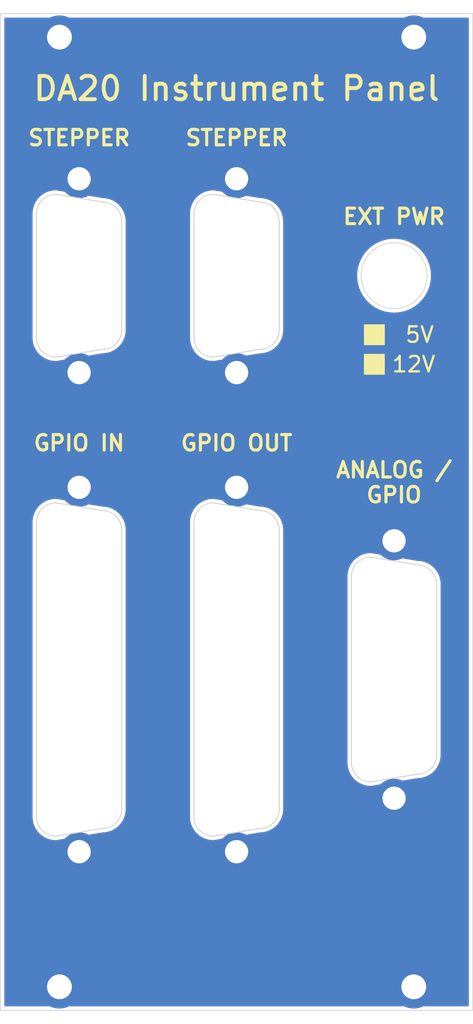
<source format=kicad_pcb>
(kicad_pcb (version 20211014) (generator pcbnew)
  (title_block (title "Front Panel") (date "2023-01-21") (rev "A") (company "https://github.com/peterheinrich/DA20-C1-ProcedureTrainer") (comment 1 "Open Hardware") (comment 2 "License: CERN-OHL-P") (comment 3 "© 2023 by Peter Heinrich") (comment 4 "DA20 Hardware Cockpit Simulator Project"))
  (layers (0 "F.Cu" signal) (31 "B.Cu" signal) (34 "B.Paste" user) (35 "F.Paste" user) (36 "B.SilkS" user "B.Silkscreen") (37 "F.SilkS" user "F.Silkscreen") (38 "B.Mask" user) (39 "F.Mask" user) (44 "Edge.Cuts" user))
  (net 0 "")
  (net 1 "GNDPWR")
  (footprint "MountingHole:MountingHole_3.2mm_M3_DIN965_Pad" (layer "F.Cu") (at 109.22 40.35)
    (fp_text reference "H3" hide)
    (fp_text value "MountingHole_Pad" hide)
    (pad "1" thru_hole circle (at 0 0) (size 5.6 5.6) (drill 3.2) (layers *.Cu *.Mask) (net 1 "GNDPWR"))
  )
  (footprint "MountingHole:MountingHole_3.2mm_M3_DIN965_Pad" (layer "F.Cu") (at 63.5 40.35)
    (fp_text reference "H2" hide)
    (fp_text value "MountingHole_Pad" hide)
    (pad "1" thru_hole circle (at 0 0) (size 5.6 5.6) (drill 3.2) (layers *.Cu *.Mask) (net 1 "GNDPWR"))
  )
  (footprint "MountingHole:MountingHole_3.2mm_M3_DIN965_Pad" (layer "F.Cu") (at 109.22 162.85)
    (fp_text reference "H4" hide)
    (fp_text value "MountingHole_Pad" hide)
    (pad "1" thru_hole circle (at 0 0) (size 5.6 5.6) (drill 3.2) (layers *.Cu *.Mask) (net 1 "GNDPWR"))
  )
  (footprint "dsub_cutouts:DSUB-9_Cutout_MountingHoles" (layer "F.Cu") (at 86.36 71.12 90)
    (fp_text reference "J5" hide)
    (fp_text value "DB_Empty_MountingHoles" hide)
    (fp_line (start -10.5 -3) (end -9.5 3) (layer "Edge.Cuts") (width 0.12))
    (fp_line (start -8 -5.5) (end 8 -5.5) (layer "Edge.Cuts") (width 0.12))
    (fp_line (start 10.5 -3) (end 9.5 3) (layer "Edge.Cuts") (width 0.12))
    (fp_line (start -7 5.5) (end 7 5.5) (layer "Edge.Cuts") (width 0.12))
    (fp_arc (start 9.5 3) (mid 8.767767 4.767767) (end 7 5.5) (layer "Edge.Cuts") (width 0.12))
    (fp_arc (start 8 -5.5) (mid 9.767767 -4.767767) (end 10.5 -3) (layer "Edge.Cuts") (width 0.12))
    (fp_arc (start -10.5 -3) (mid -9.767767 -4.767767) (end -8 -5.5) (layer "Edge.Cuts") (width 0.12))
    (fp_arc (start -7 5.5) (mid -8.767767 4.767767) (end -9.5 3) (layer "Edge.Cuts") (width 0.12))
    (pad "0" thru_hole circle (at -12.5 0 90) (size 5 5) (drill 3) (layers *.Cu *.Mask) (net 1 "GNDPWR"))
    (pad "0" thru_hole circle (at 12.5 0 90) (size 5 5) (drill 3) (layers *.Cu *.Mask) (net 1 "GNDPWR"))
  )
  (footprint "MountingHole:MountingHole_3.2mm_M3_DIN965_Pad" (layer "F.Cu") (at 63.5 162.85)
    (fp_text reference "H1" hide)
    (fp_text value "MountingHole_Pad" hide)
    (pad "1" thru_hole circle (at 0 0) (size 5.6 5.6) (drill 3.2) (layers *.Cu *.Mask) (net 1 "GNDPWR"))
  )
  (footprint "dsub_cutouts:DSUB-25_Cutout_MountingHoles" (layer "F.Cu") (at 66.04 121.92 90)
    (fp_text reference "J2" hide)
    (fp_text value "DB_Empty_MountingHoles" hide)
    (fp_line (start -18 5.5) (end 18 5.5) (layer "Edge.Cuts") (width 0.12))
    (fp_line (start 19 -5.5) (end -19 -5.5) (layer "Edge.Cuts") (width 0.12))
    (fp_line (start 21.5 -3) (end 20.5 3) (layer "Edge.Cuts") (width 0.12))
    (fp_line (start -21.5 -3) (end -20.5 3) (layer "Edge.Cuts") (width 0.12))
    (fp_arc (start 19 -5.5) (mid 20.767767 -4.767767) (end 21.5 -3) (layer "Edge.Cuts") (width 0.12))
    (fp_arc (start 20.5 3) (mid 19.767767 4.767767) (end 18 5.5) (layer "Edge.Cuts") (width 0.12))
    (fp_arc (start -21.5 -3) (mid -20.767767 -4.767767) (end -19 -5.5) (layer "Edge.Cuts") (width 0.12))
    (fp_arc (start -18 5.5) (mid -19.767767 4.767767) (end -20.5 3) (layer "Edge.Cuts") (width 0.12))
    (pad "0" thru_hole circle (at -23.5 0 90) (size 5 5) (drill 3) (layers *.Cu *.Mask) (net 1 "GNDPWR"))
    (pad "0" thru_hole circle (at 23.5 0 90) (size 5 5) (drill 3) (layers *.Cu *.Mask) (net 1 "GNDPWR"))
  )
  (footprint "dsub_cutouts:DSUB-15_Cutout_MountingHoles" (layer "F.Cu") (at 106.68 121.92 90)
    (fp_text reference "J3" hide)
    (fp_text value "DB_Empty_MountingHoles" hide)
    (fp_line (start -12 -5.5) (end 12 -5.5) (layer "Edge.Cuts") (width 0.12))
    (fp_line (start -11 5.5) (end 11 5.5) (layer "Edge.Cuts") (width 0.12))
    (fp_line (start -14.5 -3) (end -13.5 3) (layer "Edge.Cuts") (width 0.12))
    (fp_line (start 14.5 -3) (end 13.5 3) (layer "Edge.Cuts") (width 0.12))
    (fp_arc (start 12 -5.5) (mid 13.767767 -4.767767) (end 14.5 -3) (layer "Edge.Cuts") (width 0.12))
    (fp_arc (start -11 5.5) (mid -12.767767 4.767767) (end -13.5 3) (layer "Edge.Cuts") (width 0.12))
    (fp_arc (start 13.5 3) (mid 12.767767 4.767767) (end 11 5.5) (layer "Edge.Cuts") (width 0.12))
    (fp_arc (start -14.5 -3) (mid -13.767767 -4.767767) (end -12 -5.5) (layer "Edge.Cuts") (width 0.12))
    (pad "0" thru_hole circle (at -16.6 0 90) (size 5 5) (drill 3) (layers *.Cu *.Mask) (net 1 "GNDPWR"))
    (pad "0" thru_hole circle (at 16.6 0 90) (size 5 5) (drill 3) (layers *.Cu *.Mask) (net 1 "GNDPWR"))
  )
  (footprint "dsub_cutouts:DSUB-25_Cutout_MountingHoles" (layer "F.Cu") (at 86.36 121.92 90)
    (fp_text reference "J1" hide)
    (fp_text value "DB_Empty_MountingHoles" hide)
    (fp_line (start -18 5.5) (end 18 5.5) (layer "Edge.Cuts") (width 0.12))
    (fp_line (start 19 -5.5) (end -19 -5.5) (layer "Edge.Cuts") (width 0.12))
    (fp_line (start -21.5 -3) (end -20.5 3) (layer "Edge.Cuts") (width 0.12))
    (fp_line (start 21.5 -3) (end 20.5 3) (layer "Edge.Cuts") (width 0.12))
    (fp_arc (start 20.5 3) (mid 19.767767 4.767767) (end 18 5.5) (layer "Edge.Cuts") (width 0.12))
    (fp_arc (start 19 -5.5) (mid 20.767767 -4.767767) (end 21.5 -3) (layer "Edge.Cuts") (width 0.12))
    (fp_arc (start -18 5.5) (mid -19.767767 4.767767) (end -20.5 3) (layer "Edge.Cuts") (width 0.12))
    (fp_arc (start -21.5 -3) (mid -20.767767 -4.767767) (end -19 -5.5) (layer "Edge.Cuts") (width 0.12))
    (pad "0" thru_hole circle (at -23.5 0 90) (size 5 5) (drill 3) (layers *.Cu *.Mask) (net 1 "GNDPWR"))
    (pad "0" thru_hole circle (at 23.5 0 90) (size 5 5) (drill 3) (layers *.Cu *.Mask) (net 1 "GNDPWR"))
  )
  (footprint "dsub_cutouts:DSUB-9_Cutout_MountingHoles" (layer "F.Cu") (at 66.04 71.12 90)
    (fp_text reference "J4" hide)
    (fp_text value "DB_Empty_MountingHoles" hide)
    (fp_line (start -10.5 -3) (end -9.5 3) (layer "Edge.Cuts") (width 0.12))
    (fp_line (start 10.5 -3) (end 9.5 3) (layer "Edge.Cuts") (width 0.12))
    (fp_line (start -8 -5.5) (end 8 -5.5) (layer "Edge.Cuts") (width 0.12))
    (fp_line (start -7 5.5) (end 7 5.5) (layer "Edge.Cuts") (width 0.12))
    (fp_arc (start 8 -5.5) (mid 9.767767 -4.767767) (end 10.5 -3) (layer "Edge.Cuts") (width 0.12))
    (fp_arc (start 9.5 3) (mid 8.767767 4.767767) (end 7 5.5) (layer "Edge.Cuts") (width 0.12))
    (fp_arc (start -10.5 -3) (mid -9.767767 -4.767767) (end -8 -5.5) (layer "Edge.Cuts") (width 0.12))
    (fp_arc (start -7 5.5) (mid -8.767767 4.767767) (end -9.5 3) (layer "Edge.Cuts") (width 0.12))
    (pad "0" thru_hole circle (at 12.5 0 90) (size 5 5) (drill 3) (layers *.Cu *.Mask) (net 1 "GNDPWR"))
    (pad "0" thru_hole circle (at -12.5 0 90) (size 5 5) (drill 3) (layers *.Cu *.Mask) (net 1 "GNDPWR"))
  )
  (gr_rect (start 102.87 81.28) (end 105.41 83.82) (layer "F.SilkS") (width 0.15) (fill solid))
  (gr_rect (start 102.87 77.47) (end 105.41 80.01) (layer "F.SilkS") (width 0.15) (fill solid))
  (gr_circle (center 106.68 71.12) (end 110.93 71.12) (layer "Edge.Cuts") (width 0.1) (fill none))
  (gr_rect (start 55.88 37.325) (end 116.84 165.875) (layer "Edge.Cuts") (width 0.1) (fill none))
  (gr_text "12V" (at 109.22 82.55) (layer "F.SilkS") (effects (font (size 2 2) (thickness 0.3))))
  (gr_text "DA20 Instrument Panel" (at 86.36 46.99) (layer "F.SilkS") (effects (font (size 3 3) (thickness 0.5))))
  (gr_text "STEPPER" (at 66.04 53.34) (layer "F.SilkS") (effects (font (size 2 2) (thickness 0.4))))
  (gr_text "GPIO IN" (at 66.04 92.71) (layer "F.SilkS") (effects (font (size 2 2) (thickness 0.4))))
  (gr_text " 5V" (at 109.22 78.74) (layer "F.SilkS") (effects (font (size 2 2) (thickness 0.3))))
  (gr_text "GPIO OUT" (at 86.36 92.71) (layer "F.SilkS") (effects (font (size 2 2) (thickness 0.4))))
  (gr_text "ANALOG /\nGPIO" (at 106.68 97.79) (layer "F.SilkS") (effects (font (size 2 2) (thickness 0.4))))
  (gr_text "STEPPER" (at 86.36 53.34) (layer "F.SilkS") (effects (font (size 2 2) (thickness 0.4))))
  (gr_text "EXT PWR" (at 106.68 63.5) (layer "F.SilkS") (effects (font (size 2 2) (thickness 0.4))))
  (zone (net 1) (net_name "GNDPWR") (layers F&B.Cu) (connect_pads yes (clearance 0.508)) (min_thickness 0.254) (fill yes (thermal_gap 0.508) (thermal_bridge_width 0.508))
    (polygon (pts (xy 116.84 167.64) (xy 55.88 167.64) (xy 55.88 35.56) (xy 116.84 35.56)))
  )
)
</source>
